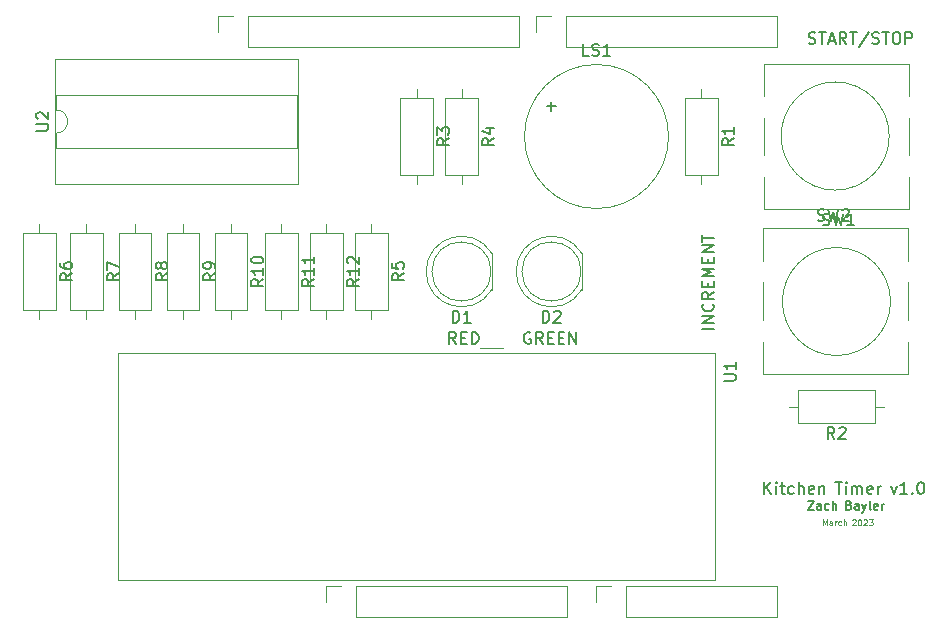
<source format=gbr>
%TF.GenerationSoftware,KiCad,Pcbnew,(7.0.0)*%
%TF.CreationDate,2023-04-13T09:35:06-06:00*%
%TF.ProjectId,Phase_A_UnoShield,50686173-655f-4415-9f55-6e6f53686965,rev?*%
%TF.SameCoordinates,Original*%
%TF.FileFunction,Legend,Top*%
%TF.FilePolarity,Positive*%
%FSLAX46Y46*%
G04 Gerber Fmt 4.6, Leading zero omitted, Abs format (unit mm)*
G04 Created by KiCad (PCBNEW (7.0.0)) date 2023-04-13 09:35:06*
%MOMM*%
%LPD*%
G01*
G04 APERTURE LIST*
%ADD10C,0.150000*%
%ADD11C,0.100000*%
%ADD12C,0.120000*%
G04 APERTURE END LIST*
D10*
X143941904Y-74700000D02*
X143846666Y-74652380D01*
X143846666Y-74652380D02*
X143703809Y-74652380D01*
X143703809Y-74652380D02*
X143560952Y-74700000D01*
X143560952Y-74700000D02*
X143465714Y-74795238D01*
X143465714Y-74795238D02*
X143418095Y-74890476D01*
X143418095Y-74890476D02*
X143370476Y-75080952D01*
X143370476Y-75080952D02*
X143370476Y-75223809D01*
X143370476Y-75223809D02*
X143418095Y-75414285D01*
X143418095Y-75414285D02*
X143465714Y-75509523D01*
X143465714Y-75509523D02*
X143560952Y-75604761D01*
X143560952Y-75604761D02*
X143703809Y-75652380D01*
X143703809Y-75652380D02*
X143799047Y-75652380D01*
X143799047Y-75652380D02*
X143941904Y-75604761D01*
X143941904Y-75604761D02*
X143989523Y-75557142D01*
X143989523Y-75557142D02*
X143989523Y-75223809D01*
X143989523Y-75223809D02*
X143799047Y-75223809D01*
X144989523Y-75652380D02*
X144656190Y-75176190D01*
X144418095Y-75652380D02*
X144418095Y-74652380D01*
X144418095Y-74652380D02*
X144799047Y-74652380D01*
X144799047Y-74652380D02*
X144894285Y-74700000D01*
X144894285Y-74700000D02*
X144941904Y-74747619D01*
X144941904Y-74747619D02*
X144989523Y-74842857D01*
X144989523Y-74842857D02*
X144989523Y-74985714D01*
X144989523Y-74985714D02*
X144941904Y-75080952D01*
X144941904Y-75080952D02*
X144894285Y-75128571D01*
X144894285Y-75128571D02*
X144799047Y-75176190D01*
X144799047Y-75176190D02*
X144418095Y-75176190D01*
X145418095Y-75128571D02*
X145751428Y-75128571D01*
X145894285Y-75652380D02*
X145418095Y-75652380D01*
X145418095Y-75652380D02*
X145418095Y-74652380D01*
X145418095Y-74652380D02*
X145894285Y-74652380D01*
X146322857Y-75128571D02*
X146656190Y-75128571D01*
X146799047Y-75652380D02*
X146322857Y-75652380D01*
X146322857Y-75652380D02*
X146322857Y-74652380D01*
X146322857Y-74652380D02*
X146799047Y-74652380D01*
X147227619Y-75652380D02*
X147227619Y-74652380D01*
X147227619Y-74652380D02*
X147799047Y-75652380D01*
X147799047Y-75652380D02*
X147799047Y-74652380D01*
X167500476Y-50204761D02*
X167643333Y-50252380D01*
X167643333Y-50252380D02*
X167881428Y-50252380D01*
X167881428Y-50252380D02*
X167976666Y-50204761D01*
X167976666Y-50204761D02*
X168024285Y-50157142D01*
X168024285Y-50157142D02*
X168071904Y-50061904D01*
X168071904Y-50061904D02*
X168071904Y-49966666D01*
X168071904Y-49966666D02*
X168024285Y-49871428D01*
X168024285Y-49871428D02*
X167976666Y-49823809D01*
X167976666Y-49823809D02*
X167881428Y-49776190D01*
X167881428Y-49776190D02*
X167690952Y-49728571D01*
X167690952Y-49728571D02*
X167595714Y-49680952D01*
X167595714Y-49680952D02*
X167548095Y-49633333D01*
X167548095Y-49633333D02*
X167500476Y-49538095D01*
X167500476Y-49538095D02*
X167500476Y-49442857D01*
X167500476Y-49442857D02*
X167548095Y-49347619D01*
X167548095Y-49347619D02*
X167595714Y-49300000D01*
X167595714Y-49300000D02*
X167690952Y-49252380D01*
X167690952Y-49252380D02*
X167929047Y-49252380D01*
X167929047Y-49252380D02*
X168071904Y-49300000D01*
X168357619Y-49252380D02*
X168929047Y-49252380D01*
X168643333Y-50252380D02*
X168643333Y-49252380D01*
X169214762Y-49966666D02*
X169690952Y-49966666D01*
X169119524Y-50252380D02*
X169452857Y-49252380D01*
X169452857Y-49252380D02*
X169786190Y-50252380D01*
X170690952Y-50252380D02*
X170357619Y-49776190D01*
X170119524Y-50252380D02*
X170119524Y-49252380D01*
X170119524Y-49252380D02*
X170500476Y-49252380D01*
X170500476Y-49252380D02*
X170595714Y-49300000D01*
X170595714Y-49300000D02*
X170643333Y-49347619D01*
X170643333Y-49347619D02*
X170690952Y-49442857D01*
X170690952Y-49442857D02*
X170690952Y-49585714D01*
X170690952Y-49585714D02*
X170643333Y-49680952D01*
X170643333Y-49680952D02*
X170595714Y-49728571D01*
X170595714Y-49728571D02*
X170500476Y-49776190D01*
X170500476Y-49776190D02*
X170119524Y-49776190D01*
X170976667Y-49252380D02*
X171548095Y-49252380D01*
X171262381Y-50252380D02*
X171262381Y-49252380D01*
X172595714Y-49204761D02*
X171738572Y-50490476D01*
X172881429Y-50204761D02*
X173024286Y-50252380D01*
X173024286Y-50252380D02*
X173262381Y-50252380D01*
X173262381Y-50252380D02*
X173357619Y-50204761D01*
X173357619Y-50204761D02*
X173405238Y-50157142D01*
X173405238Y-50157142D02*
X173452857Y-50061904D01*
X173452857Y-50061904D02*
X173452857Y-49966666D01*
X173452857Y-49966666D02*
X173405238Y-49871428D01*
X173405238Y-49871428D02*
X173357619Y-49823809D01*
X173357619Y-49823809D02*
X173262381Y-49776190D01*
X173262381Y-49776190D02*
X173071905Y-49728571D01*
X173071905Y-49728571D02*
X172976667Y-49680952D01*
X172976667Y-49680952D02*
X172929048Y-49633333D01*
X172929048Y-49633333D02*
X172881429Y-49538095D01*
X172881429Y-49538095D02*
X172881429Y-49442857D01*
X172881429Y-49442857D02*
X172929048Y-49347619D01*
X172929048Y-49347619D02*
X172976667Y-49300000D01*
X172976667Y-49300000D02*
X173071905Y-49252380D01*
X173071905Y-49252380D02*
X173310000Y-49252380D01*
X173310000Y-49252380D02*
X173452857Y-49300000D01*
X173738572Y-49252380D02*
X174310000Y-49252380D01*
X174024286Y-50252380D02*
X174024286Y-49252380D01*
X174833810Y-49252380D02*
X175024286Y-49252380D01*
X175024286Y-49252380D02*
X175119524Y-49300000D01*
X175119524Y-49300000D02*
X175214762Y-49395238D01*
X175214762Y-49395238D02*
X175262381Y-49585714D01*
X175262381Y-49585714D02*
X175262381Y-49919047D01*
X175262381Y-49919047D02*
X175214762Y-50109523D01*
X175214762Y-50109523D02*
X175119524Y-50204761D01*
X175119524Y-50204761D02*
X175024286Y-50252380D01*
X175024286Y-50252380D02*
X174833810Y-50252380D01*
X174833810Y-50252380D02*
X174738572Y-50204761D01*
X174738572Y-50204761D02*
X174643334Y-50109523D01*
X174643334Y-50109523D02*
X174595715Y-49919047D01*
X174595715Y-49919047D02*
X174595715Y-49585714D01*
X174595715Y-49585714D02*
X174643334Y-49395238D01*
X174643334Y-49395238D02*
X174738572Y-49300000D01*
X174738572Y-49300000D02*
X174833810Y-49252380D01*
X175690953Y-50252380D02*
X175690953Y-49252380D01*
X175690953Y-49252380D02*
X176071905Y-49252380D01*
X176071905Y-49252380D02*
X176167143Y-49300000D01*
X176167143Y-49300000D02*
X176214762Y-49347619D01*
X176214762Y-49347619D02*
X176262381Y-49442857D01*
X176262381Y-49442857D02*
X176262381Y-49585714D01*
X176262381Y-49585714D02*
X176214762Y-49680952D01*
X176214762Y-49680952D02*
X176167143Y-49728571D01*
X176167143Y-49728571D02*
X176071905Y-49776190D01*
X176071905Y-49776190D02*
X175690953Y-49776190D01*
X159472380Y-74361904D02*
X158472380Y-74361904D01*
X159472380Y-73885714D02*
X158472380Y-73885714D01*
X158472380Y-73885714D02*
X159472380Y-73314286D01*
X159472380Y-73314286D02*
X158472380Y-73314286D01*
X159377142Y-72266667D02*
X159424761Y-72314286D01*
X159424761Y-72314286D02*
X159472380Y-72457143D01*
X159472380Y-72457143D02*
X159472380Y-72552381D01*
X159472380Y-72552381D02*
X159424761Y-72695238D01*
X159424761Y-72695238D02*
X159329523Y-72790476D01*
X159329523Y-72790476D02*
X159234285Y-72838095D01*
X159234285Y-72838095D02*
X159043809Y-72885714D01*
X159043809Y-72885714D02*
X158900952Y-72885714D01*
X158900952Y-72885714D02*
X158710476Y-72838095D01*
X158710476Y-72838095D02*
X158615238Y-72790476D01*
X158615238Y-72790476D02*
X158520000Y-72695238D01*
X158520000Y-72695238D02*
X158472380Y-72552381D01*
X158472380Y-72552381D02*
X158472380Y-72457143D01*
X158472380Y-72457143D02*
X158520000Y-72314286D01*
X158520000Y-72314286D02*
X158567619Y-72266667D01*
X159472380Y-71266667D02*
X158996190Y-71600000D01*
X159472380Y-71838095D02*
X158472380Y-71838095D01*
X158472380Y-71838095D02*
X158472380Y-71457143D01*
X158472380Y-71457143D02*
X158520000Y-71361905D01*
X158520000Y-71361905D02*
X158567619Y-71314286D01*
X158567619Y-71314286D02*
X158662857Y-71266667D01*
X158662857Y-71266667D02*
X158805714Y-71266667D01*
X158805714Y-71266667D02*
X158900952Y-71314286D01*
X158900952Y-71314286D02*
X158948571Y-71361905D01*
X158948571Y-71361905D02*
X158996190Y-71457143D01*
X158996190Y-71457143D02*
X158996190Y-71838095D01*
X158948571Y-70838095D02*
X158948571Y-70504762D01*
X159472380Y-70361905D02*
X159472380Y-70838095D01*
X159472380Y-70838095D02*
X158472380Y-70838095D01*
X158472380Y-70838095D02*
X158472380Y-70361905D01*
X159472380Y-69933333D02*
X158472380Y-69933333D01*
X158472380Y-69933333D02*
X159186666Y-69600000D01*
X159186666Y-69600000D02*
X158472380Y-69266667D01*
X158472380Y-69266667D02*
X159472380Y-69266667D01*
X158948571Y-68790476D02*
X158948571Y-68457143D01*
X159472380Y-68314286D02*
X159472380Y-68790476D01*
X159472380Y-68790476D02*
X158472380Y-68790476D01*
X158472380Y-68790476D02*
X158472380Y-68314286D01*
X159472380Y-67885714D02*
X158472380Y-67885714D01*
X158472380Y-67885714D02*
X159472380Y-67314286D01*
X159472380Y-67314286D02*
X158472380Y-67314286D01*
X158472380Y-66980952D02*
X158472380Y-66409524D01*
X159472380Y-66695238D02*
X158472380Y-66695238D01*
X163738095Y-88352380D02*
X163738095Y-87352380D01*
X164309523Y-88352380D02*
X163880952Y-87780952D01*
X164309523Y-87352380D02*
X163738095Y-87923809D01*
X164738095Y-88352380D02*
X164738095Y-87685714D01*
X164738095Y-87352380D02*
X164690476Y-87400000D01*
X164690476Y-87400000D02*
X164738095Y-87447619D01*
X164738095Y-87447619D02*
X164785714Y-87400000D01*
X164785714Y-87400000D02*
X164738095Y-87352380D01*
X164738095Y-87352380D02*
X164738095Y-87447619D01*
X165071428Y-87685714D02*
X165452380Y-87685714D01*
X165214285Y-87352380D02*
X165214285Y-88209523D01*
X165214285Y-88209523D02*
X165261904Y-88304761D01*
X165261904Y-88304761D02*
X165357142Y-88352380D01*
X165357142Y-88352380D02*
X165452380Y-88352380D01*
X166214285Y-88304761D02*
X166119047Y-88352380D01*
X166119047Y-88352380D02*
X165928571Y-88352380D01*
X165928571Y-88352380D02*
X165833333Y-88304761D01*
X165833333Y-88304761D02*
X165785714Y-88257142D01*
X165785714Y-88257142D02*
X165738095Y-88161904D01*
X165738095Y-88161904D02*
X165738095Y-87876190D01*
X165738095Y-87876190D02*
X165785714Y-87780952D01*
X165785714Y-87780952D02*
X165833333Y-87733333D01*
X165833333Y-87733333D02*
X165928571Y-87685714D01*
X165928571Y-87685714D02*
X166119047Y-87685714D01*
X166119047Y-87685714D02*
X166214285Y-87733333D01*
X166642857Y-88352380D02*
X166642857Y-87352380D01*
X167071428Y-88352380D02*
X167071428Y-87828571D01*
X167071428Y-87828571D02*
X167023809Y-87733333D01*
X167023809Y-87733333D02*
X166928571Y-87685714D01*
X166928571Y-87685714D02*
X166785714Y-87685714D01*
X166785714Y-87685714D02*
X166690476Y-87733333D01*
X166690476Y-87733333D02*
X166642857Y-87780952D01*
X167928571Y-88304761D02*
X167833333Y-88352380D01*
X167833333Y-88352380D02*
X167642857Y-88352380D01*
X167642857Y-88352380D02*
X167547619Y-88304761D01*
X167547619Y-88304761D02*
X167500000Y-88209523D01*
X167500000Y-88209523D02*
X167500000Y-87828571D01*
X167500000Y-87828571D02*
X167547619Y-87733333D01*
X167547619Y-87733333D02*
X167642857Y-87685714D01*
X167642857Y-87685714D02*
X167833333Y-87685714D01*
X167833333Y-87685714D02*
X167928571Y-87733333D01*
X167928571Y-87733333D02*
X167976190Y-87828571D01*
X167976190Y-87828571D02*
X167976190Y-87923809D01*
X167976190Y-87923809D02*
X167500000Y-88019047D01*
X168404762Y-87685714D02*
X168404762Y-88352380D01*
X168404762Y-87780952D02*
X168452381Y-87733333D01*
X168452381Y-87733333D02*
X168547619Y-87685714D01*
X168547619Y-87685714D02*
X168690476Y-87685714D01*
X168690476Y-87685714D02*
X168785714Y-87733333D01*
X168785714Y-87733333D02*
X168833333Y-87828571D01*
X168833333Y-87828571D02*
X168833333Y-88352380D01*
X169766667Y-87352380D02*
X170338095Y-87352380D01*
X170052381Y-88352380D02*
X170052381Y-87352380D01*
X170671429Y-88352380D02*
X170671429Y-87685714D01*
X170671429Y-87352380D02*
X170623810Y-87400000D01*
X170623810Y-87400000D02*
X170671429Y-87447619D01*
X170671429Y-87447619D02*
X170719048Y-87400000D01*
X170719048Y-87400000D02*
X170671429Y-87352380D01*
X170671429Y-87352380D02*
X170671429Y-87447619D01*
X171147619Y-88352380D02*
X171147619Y-87685714D01*
X171147619Y-87780952D02*
X171195238Y-87733333D01*
X171195238Y-87733333D02*
X171290476Y-87685714D01*
X171290476Y-87685714D02*
X171433333Y-87685714D01*
X171433333Y-87685714D02*
X171528571Y-87733333D01*
X171528571Y-87733333D02*
X171576190Y-87828571D01*
X171576190Y-87828571D02*
X171576190Y-88352380D01*
X171576190Y-87828571D02*
X171623809Y-87733333D01*
X171623809Y-87733333D02*
X171719047Y-87685714D01*
X171719047Y-87685714D02*
X171861904Y-87685714D01*
X171861904Y-87685714D02*
X171957143Y-87733333D01*
X171957143Y-87733333D02*
X172004762Y-87828571D01*
X172004762Y-87828571D02*
X172004762Y-88352380D01*
X172861904Y-88304761D02*
X172766666Y-88352380D01*
X172766666Y-88352380D02*
X172576190Y-88352380D01*
X172576190Y-88352380D02*
X172480952Y-88304761D01*
X172480952Y-88304761D02*
X172433333Y-88209523D01*
X172433333Y-88209523D02*
X172433333Y-87828571D01*
X172433333Y-87828571D02*
X172480952Y-87733333D01*
X172480952Y-87733333D02*
X172576190Y-87685714D01*
X172576190Y-87685714D02*
X172766666Y-87685714D01*
X172766666Y-87685714D02*
X172861904Y-87733333D01*
X172861904Y-87733333D02*
X172909523Y-87828571D01*
X172909523Y-87828571D02*
X172909523Y-87923809D01*
X172909523Y-87923809D02*
X172433333Y-88019047D01*
X173338095Y-88352380D02*
X173338095Y-87685714D01*
X173338095Y-87876190D02*
X173385714Y-87780952D01*
X173385714Y-87780952D02*
X173433333Y-87733333D01*
X173433333Y-87733333D02*
X173528571Y-87685714D01*
X173528571Y-87685714D02*
X173623809Y-87685714D01*
X174461905Y-87685714D02*
X174700000Y-88352380D01*
X174700000Y-88352380D02*
X174938095Y-87685714D01*
X175842857Y-88352380D02*
X175271429Y-88352380D01*
X175557143Y-88352380D02*
X175557143Y-87352380D01*
X175557143Y-87352380D02*
X175461905Y-87495238D01*
X175461905Y-87495238D02*
X175366667Y-87590476D01*
X175366667Y-87590476D02*
X175271429Y-87638095D01*
X176271429Y-88257142D02*
X176319048Y-88304761D01*
X176319048Y-88304761D02*
X176271429Y-88352380D01*
X176271429Y-88352380D02*
X176223810Y-88304761D01*
X176223810Y-88304761D02*
X176271429Y-88257142D01*
X176271429Y-88257142D02*
X176271429Y-88352380D01*
X176938095Y-87352380D02*
X177033333Y-87352380D01*
X177033333Y-87352380D02*
X177128571Y-87400000D01*
X177128571Y-87400000D02*
X177176190Y-87447619D01*
X177176190Y-87447619D02*
X177223809Y-87542857D01*
X177223809Y-87542857D02*
X177271428Y-87733333D01*
X177271428Y-87733333D02*
X177271428Y-87971428D01*
X177271428Y-87971428D02*
X177223809Y-88161904D01*
X177223809Y-88161904D02*
X177176190Y-88257142D01*
X177176190Y-88257142D02*
X177128571Y-88304761D01*
X177128571Y-88304761D02*
X177033333Y-88352380D01*
X177033333Y-88352380D02*
X176938095Y-88352380D01*
X176938095Y-88352380D02*
X176842857Y-88304761D01*
X176842857Y-88304761D02*
X176795238Y-88257142D01*
X176795238Y-88257142D02*
X176747619Y-88161904D01*
X176747619Y-88161904D02*
X176700000Y-87971428D01*
X176700000Y-87971428D02*
X176700000Y-87733333D01*
X176700000Y-87733333D02*
X176747619Y-87542857D01*
X176747619Y-87542857D02*
X176795238Y-87447619D01*
X176795238Y-87447619D02*
X176842857Y-87400000D01*
X176842857Y-87400000D02*
X176938095Y-87352380D01*
X167417142Y-88926785D02*
X167917142Y-88926785D01*
X167917142Y-88926785D02*
X167417142Y-89676785D01*
X167417142Y-89676785D02*
X167917142Y-89676785D01*
X168524286Y-89676785D02*
X168524286Y-89283928D01*
X168524286Y-89283928D02*
X168488571Y-89212500D01*
X168488571Y-89212500D02*
X168417143Y-89176785D01*
X168417143Y-89176785D02*
X168274286Y-89176785D01*
X168274286Y-89176785D02*
X168202857Y-89212500D01*
X168524286Y-89641071D02*
X168452857Y-89676785D01*
X168452857Y-89676785D02*
X168274286Y-89676785D01*
X168274286Y-89676785D02*
X168202857Y-89641071D01*
X168202857Y-89641071D02*
X168167143Y-89569642D01*
X168167143Y-89569642D02*
X168167143Y-89498214D01*
X168167143Y-89498214D02*
X168202857Y-89426785D01*
X168202857Y-89426785D02*
X168274286Y-89391071D01*
X168274286Y-89391071D02*
X168452857Y-89391071D01*
X168452857Y-89391071D02*
X168524286Y-89355357D01*
X169202857Y-89641071D02*
X169131428Y-89676785D01*
X169131428Y-89676785D02*
X168988571Y-89676785D01*
X168988571Y-89676785D02*
X168917142Y-89641071D01*
X168917142Y-89641071D02*
X168881428Y-89605357D01*
X168881428Y-89605357D02*
X168845714Y-89533928D01*
X168845714Y-89533928D02*
X168845714Y-89319642D01*
X168845714Y-89319642D02*
X168881428Y-89248214D01*
X168881428Y-89248214D02*
X168917142Y-89212500D01*
X168917142Y-89212500D02*
X168988571Y-89176785D01*
X168988571Y-89176785D02*
X169131428Y-89176785D01*
X169131428Y-89176785D02*
X169202857Y-89212500D01*
X169524285Y-89676785D02*
X169524285Y-88926785D01*
X169845714Y-89676785D02*
X169845714Y-89283928D01*
X169845714Y-89283928D02*
X169809999Y-89212500D01*
X169809999Y-89212500D02*
X169738571Y-89176785D01*
X169738571Y-89176785D02*
X169631428Y-89176785D01*
X169631428Y-89176785D02*
X169559999Y-89212500D01*
X169559999Y-89212500D02*
X169524285Y-89248214D01*
X170902856Y-89283928D02*
X171009999Y-89319642D01*
X171009999Y-89319642D02*
X171045713Y-89355357D01*
X171045713Y-89355357D02*
X171081427Y-89426785D01*
X171081427Y-89426785D02*
X171081427Y-89533928D01*
X171081427Y-89533928D02*
X171045713Y-89605357D01*
X171045713Y-89605357D02*
X171009999Y-89641071D01*
X171009999Y-89641071D02*
X170938570Y-89676785D01*
X170938570Y-89676785D02*
X170652856Y-89676785D01*
X170652856Y-89676785D02*
X170652856Y-88926785D01*
X170652856Y-88926785D02*
X170902856Y-88926785D01*
X170902856Y-88926785D02*
X170974285Y-88962500D01*
X170974285Y-88962500D02*
X171009999Y-88998214D01*
X171009999Y-88998214D02*
X171045713Y-89069642D01*
X171045713Y-89069642D02*
X171045713Y-89141071D01*
X171045713Y-89141071D02*
X171009999Y-89212500D01*
X171009999Y-89212500D02*
X170974285Y-89248214D01*
X170974285Y-89248214D02*
X170902856Y-89283928D01*
X170902856Y-89283928D02*
X170652856Y-89283928D01*
X171724285Y-89676785D02*
X171724285Y-89283928D01*
X171724285Y-89283928D02*
X171688570Y-89212500D01*
X171688570Y-89212500D02*
X171617142Y-89176785D01*
X171617142Y-89176785D02*
X171474285Y-89176785D01*
X171474285Y-89176785D02*
X171402856Y-89212500D01*
X171724285Y-89641071D02*
X171652856Y-89676785D01*
X171652856Y-89676785D02*
X171474285Y-89676785D01*
X171474285Y-89676785D02*
X171402856Y-89641071D01*
X171402856Y-89641071D02*
X171367142Y-89569642D01*
X171367142Y-89569642D02*
X171367142Y-89498214D01*
X171367142Y-89498214D02*
X171402856Y-89426785D01*
X171402856Y-89426785D02*
X171474285Y-89391071D01*
X171474285Y-89391071D02*
X171652856Y-89391071D01*
X171652856Y-89391071D02*
X171724285Y-89355357D01*
X172009998Y-89176785D02*
X172188570Y-89676785D01*
X172367141Y-89176785D02*
X172188570Y-89676785D01*
X172188570Y-89676785D02*
X172117141Y-89855357D01*
X172117141Y-89855357D02*
X172081427Y-89891071D01*
X172081427Y-89891071D02*
X172009998Y-89926785D01*
X172759999Y-89676785D02*
X172688570Y-89641071D01*
X172688570Y-89641071D02*
X172652856Y-89569642D01*
X172652856Y-89569642D02*
X172652856Y-88926785D01*
X173331427Y-89641071D02*
X173259999Y-89676785D01*
X173259999Y-89676785D02*
X173117142Y-89676785D01*
X173117142Y-89676785D02*
X173045713Y-89641071D01*
X173045713Y-89641071D02*
X173009999Y-89569642D01*
X173009999Y-89569642D02*
X173009999Y-89283928D01*
X173009999Y-89283928D02*
X173045713Y-89212500D01*
X173045713Y-89212500D02*
X173117142Y-89176785D01*
X173117142Y-89176785D02*
X173259999Y-89176785D01*
X173259999Y-89176785D02*
X173331427Y-89212500D01*
X173331427Y-89212500D02*
X173367142Y-89283928D01*
X173367142Y-89283928D02*
X173367142Y-89355357D01*
X173367142Y-89355357D02*
X173009999Y-89426785D01*
X173688570Y-89676785D02*
X173688570Y-89176785D01*
X173688570Y-89319642D02*
X173724284Y-89248214D01*
X173724284Y-89248214D02*
X173759999Y-89212500D01*
X173759999Y-89212500D02*
X173831427Y-89176785D01*
X173831427Y-89176785D02*
X173902856Y-89176785D01*
D11*
X168699047Y-91001190D02*
X168699047Y-90501190D01*
X168699047Y-90501190D02*
X168865714Y-90858333D01*
X168865714Y-90858333D02*
X169032380Y-90501190D01*
X169032380Y-90501190D02*
X169032380Y-91001190D01*
X169484762Y-91001190D02*
X169484762Y-90739285D01*
X169484762Y-90739285D02*
X169460952Y-90691666D01*
X169460952Y-90691666D02*
X169413333Y-90667857D01*
X169413333Y-90667857D02*
X169318095Y-90667857D01*
X169318095Y-90667857D02*
X169270476Y-90691666D01*
X169484762Y-90977380D02*
X169437143Y-91001190D01*
X169437143Y-91001190D02*
X169318095Y-91001190D01*
X169318095Y-91001190D02*
X169270476Y-90977380D01*
X169270476Y-90977380D02*
X169246667Y-90929761D01*
X169246667Y-90929761D02*
X169246667Y-90882142D01*
X169246667Y-90882142D02*
X169270476Y-90834523D01*
X169270476Y-90834523D02*
X169318095Y-90810714D01*
X169318095Y-90810714D02*
X169437143Y-90810714D01*
X169437143Y-90810714D02*
X169484762Y-90786904D01*
X169722857Y-91001190D02*
X169722857Y-90667857D01*
X169722857Y-90763095D02*
X169746667Y-90715476D01*
X169746667Y-90715476D02*
X169770476Y-90691666D01*
X169770476Y-90691666D02*
X169818095Y-90667857D01*
X169818095Y-90667857D02*
X169865714Y-90667857D01*
X170246667Y-90977380D02*
X170199048Y-91001190D01*
X170199048Y-91001190D02*
X170103810Y-91001190D01*
X170103810Y-91001190D02*
X170056191Y-90977380D01*
X170056191Y-90977380D02*
X170032381Y-90953571D01*
X170032381Y-90953571D02*
X170008572Y-90905952D01*
X170008572Y-90905952D02*
X170008572Y-90763095D01*
X170008572Y-90763095D02*
X170032381Y-90715476D01*
X170032381Y-90715476D02*
X170056191Y-90691666D01*
X170056191Y-90691666D02*
X170103810Y-90667857D01*
X170103810Y-90667857D02*
X170199048Y-90667857D01*
X170199048Y-90667857D02*
X170246667Y-90691666D01*
X170460952Y-91001190D02*
X170460952Y-90501190D01*
X170675238Y-91001190D02*
X170675238Y-90739285D01*
X170675238Y-90739285D02*
X170651428Y-90691666D01*
X170651428Y-90691666D02*
X170603809Y-90667857D01*
X170603809Y-90667857D02*
X170532381Y-90667857D01*
X170532381Y-90667857D02*
X170484762Y-90691666D01*
X170484762Y-90691666D02*
X170460952Y-90715476D01*
X171189524Y-90548809D02*
X171213333Y-90525000D01*
X171213333Y-90525000D02*
X171260952Y-90501190D01*
X171260952Y-90501190D02*
X171380000Y-90501190D01*
X171380000Y-90501190D02*
X171427619Y-90525000D01*
X171427619Y-90525000D02*
X171451428Y-90548809D01*
X171451428Y-90548809D02*
X171475238Y-90596428D01*
X171475238Y-90596428D02*
X171475238Y-90644047D01*
X171475238Y-90644047D02*
X171451428Y-90715476D01*
X171451428Y-90715476D02*
X171165714Y-91001190D01*
X171165714Y-91001190D02*
X171475238Y-91001190D01*
X171784761Y-90501190D02*
X171832380Y-90501190D01*
X171832380Y-90501190D02*
X171879999Y-90525000D01*
X171879999Y-90525000D02*
X171903809Y-90548809D01*
X171903809Y-90548809D02*
X171927618Y-90596428D01*
X171927618Y-90596428D02*
X171951428Y-90691666D01*
X171951428Y-90691666D02*
X171951428Y-90810714D01*
X171951428Y-90810714D02*
X171927618Y-90905952D01*
X171927618Y-90905952D02*
X171903809Y-90953571D01*
X171903809Y-90953571D02*
X171879999Y-90977380D01*
X171879999Y-90977380D02*
X171832380Y-91001190D01*
X171832380Y-91001190D02*
X171784761Y-91001190D01*
X171784761Y-91001190D02*
X171737142Y-90977380D01*
X171737142Y-90977380D02*
X171713333Y-90953571D01*
X171713333Y-90953571D02*
X171689523Y-90905952D01*
X171689523Y-90905952D02*
X171665714Y-90810714D01*
X171665714Y-90810714D02*
X171665714Y-90691666D01*
X171665714Y-90691666D02*
X171689523Y-90596428D01*
X171689523Y-90596428D02*
X171713333Y-90548809D01*
X171713333Y-90548809D02*
X171737142Y-90525000D01*
X171737142Y-90525000D02*
X171784761Y-90501190D01*
X172141904Y-90548809D02*
X172165713Y-90525000D01*
X172165713Y-90525000D02*
X172213332Y-90501190D01*
X172213332Y-90501190D02*
X172332380Y-90501190D01*
X172332380Y-90501190D02*
X172379999Y-90525000D01*
X172379999Y-90525000D02*
X172403808Y-90548809D01*
X172403808Y-90548809D02*
X172427618Y-90596428D01*
X172427618Y-90596428D02*
X172427618Y-90644047D01*
X172427618Y-90644047D02*
X172403808Y-90715476D01*
X172403808Y-90715476D02*
X172118094Y-91001190D01*
X172118094Y-91001190D02*
X172427618Y-91001190D01*
X172594284Y-90501190D02*
X172903808Y-90501190D01*
X172903808Y-90501190D02*
X172737141Y-90691666D01*
X172737141Y-90691666D02*
X172808570Y-90691666D01*
X172808570Y-90691666D02*
X172856189Y-90715476D01*
X172856189Y-90715476D02*
X172879998Y-90739285D01*
X172879998Y-90739285D02*
X172903808Y-90786904D01*
X172903808Y-90786904D02*
X172903808Y-90905952D01*
X172903808Y-90905952D02*
X172879998Y-90953571D01*
X172879998Y-90953571D02*
X172856189Y-90977380D01*
X172856189Y-90977380D02*
X172808570Y-91001190D01*
X172808570Y-91001190D02*
X172665713Y-91001190D01*
X172665713Y-91001190D02*
X172618094Y-90977380D01*
X172618094Y-90977380D02*
X172594284Y-90953571D01*
D10*
X137639523Y-75652380D02*
X137306190Y-75176190D01*
X137068095Y-75652380D02*
X137068095Y-74652380D01*
X137068095Y-74652380D02*
X137449047Y-74652380D01*
X137449047Y-74652380D02*
X137544285Y-74700000D01*
X137544285Y-74700000D02*
X137591904Y-74747619D01*
X137591904Y-74747619D02*
X137639523Y-74842857D01*
X137639523Y-74842857D02*
X137639523Y-74985714D01*
X137639523Y-74985714D02*
X137591904Y-75080952D01*
X137591904Y-75080952D02*
X137544285Y-75128571D01*
X137544285Y-75128571D02*
X137449047Y-75176190D01*
X137449047Y-75176190D02*
X137068095Y-75176190D01*
X138068095Y-75128571D02*
X138401428Y-75128571D01*
X138544285Y-75652380D02*
X138068095Y-75652380D01*
X138068095Y-75652380D02*
X138068095Y-74652380D01*
X138068095Y-74652380D02*
X138544285Y-74652380D01*
X138972857Y-75652380D02*
X138972857Y-74652380D01*
X138972857Y-74652380D02*
X139210952Y-74652380D01*
X139210952Y-74652380D02*
X139353809Y-74700000D01*
X139353809Y-74700000D02*
X139449047Y-74795238D01*
X139449047Y-74795238D02*
X139496666Y-74890476D01*
X139496666Y-74890476D02*
X139544285Y-75080952D01*
X139544285Y-75080952D02*
X139544285Y-75223809D01*
X139544285Y-75223809D02*
X139496666Y-75414285D01*
X139496666Y-75414285D02*
X139449047Y-75509523D01*
X139449047Y-75509523D02*
X139353809Y-75604761D01*
X139353809Y-75604761D02*
X139210952Y-75652380D01*
X139210952Y-75652380D02*
X138972857Y-75652380D01*
%TO.C,U1*%
X160317380Y-78771904D02*
X161126904Y-78771904D01*
X161126904Y-78771904D02*
X161222142Y-78724285D01*
X161222142Y-78724285D02*
X161269761Y-78676666D01*
X161269761Y-78676666D02*
X161317380Y-78581428D01*
X161317380Y-78581428D02*
X161317380Y-78390952D01*
X161317380Y-78390952D02*
X161269761Y-78295714D01*
X161269761Y-78295714D02*
X161222142Y-78248095D01*
X161222142Y-78248095D02*
X161126904Y-78200476D01*
X161126904Y-78200476D02*
X160317380Y-78200476D01*
X161317380Y-77200476D02*
X161317380Y-77771904D01*
X161317380Y-77486190D02*
X160317380Y-77486190D01*
X160317380Y-77486190D02*
X160460238Y-77581428D01*
X160460238Y-77581428D02*
X160555476Y-77676666D01*
X160555476Y-77676666D02*
X160603095Y-77771904D01*
%TO.C,D2*%
X144981905Y-73847380D02*
X144981905Y-72847380D01*
X144981905Y-72847380D02*
X145220000Y-72847380D01*
X145220000Y-72847380D02*
X145362857Y-72895000D01*
X145362857Y-72895000D02*
X145458095Y-72990238D01*
X145458095Y-72990238D02*
X145505714Y-73085476D01*
X145505714Y-73085476D02*
X145553333Y-73275952D01*
X145553333Y-73275952D02*
X145553333Y-73418809D01*
X145553333Y-73418809D02*
X145505714Y-73609285D01*
X145505714Y-73609285D02*
X145458095Y-73704523D01*
X145458095Y-73704523D02*
X145362857Y-73799761D01*
X145362857Y-73799761D02*
X145220000Y-73847380D01*
X145220000Y-73847380D02*
X144981905Y-73847380D01*
X145934286Y-72942619D02*
X145981905Y-72895000D01*
X145981905Y-72895000D02*
X146077143Y-72847380D01*
X146077143Y-72847380D02*
X146315238Y-72847380D01*
X146315238Y-72847380D02*
X146410476Y-72895000D01*
X146410476Y-72895000D02*
X146458095Y-72942619D01*
X146458095Y-72942619D02*
X146505714Y-73037857D01*
X146505714Y-73037857D02*
X146505714Y-73133095D01*
X146505714Y-73133095D02*
X146458095Y-73275952D01*
X146458095Y-73275952D02*
X145886667Y-73847380D01*
X145886667Y-73847380D02*
X146505714Y-73847380D01*
%TO.C,U2*%
X102117380Y-57581904D02*
X102926904Y-57581904D01*
X102926904Y-57581904D02*
X103022142Y-57534285D01*
X103022142Y-57534285D02*
X103069761Y-57486666D01*
X103069761Y-57486666D02*
X103117380Y-57391428D01*
X103117380Y-57391428D02*
X103117380Y-57200952D01*
X103117380Y-57200952D02*
X103069761Y-57105714D01*
X103069761Y-57105714D02*
X103022142Y-57058095D01*
X103022142Y-57058095D02*
X102926904Y-57010476D01*
X102926904Y-57010476D02*
X102117380Y-57010476D01*
X102212619Y-56581904D02*
X102165000Y-56534285D01*
X102165000Y-56534285D02*
X102117380Y-56439047D01*
X102117380Y-56439047D02*
X102117380Y-56200952D01*
X102117380Y-56200952D02*
X102165000Y-56105714D01*
X102165000Y-56105714D02*
X102212619Y-56058095D01*
X102212619Y-56058095D02*
X102307857Y-56010476D01*
X102307857Y-56010476D02*
X102403095Y-56010476D01*
X102403095Y-56010476D02*
X102545952Y-56058095D01*
X102545952Y-56058095D02*
X103117380Y-56629523D01*
X103117380Y-56629523D02*
X103117380Y-56010476D01*
%TO.C,R8*%
X113207380Y-69686666D02*
X112731190Y-70019999D01*
X113207380Y-70258094D02*
X112207380Y-70258094D01*
X112207380Y-70258094D02*
X112207380Y-69877142D01*
X112207380Y-69877142D02*
X112255000Y-69781904D01*
X112255000Y-69781904D02*
X112302619Y-69734285D01*
X112302619Y-69734285D02*
X112397857Y-69686666D01*
X112397857Y-69686666D02*
X112540714Y-69686666D01*
X112540714Y-69686666D02*
X112635952Y-69734285D01*
X112635952Y-69734285D02*
X112683571Y-69781904D01*
X112683571Y-69781904D02*
X112731190Y-69877142D01*
X112731190Y-69877142D02*
X112731190Y-70258094D01*
X112635952Y-69115237D02*
X112588333Y-69210475D01*
X112588333Y-69210475D02*
X112540714Y-69258094D01*
X112540714Y-69258094D02*
X112445476Y-69305713D01*
X112445476Y-69305713D02*
X112397857Y-69305713D01*
X112397857Y-69305713D02*
X112302619Y-69258094D01*
X112302619Y-69258094D02*
X112255000Y-69210475D01*
X112255000Y-69210475D02*
X112207380Y-69115237D01*
X112207380Y-69115237D02*
X112207380Y-68924761D01*
X112207380Y-68924761D02*
X112255000Y-68829523D01*
X112255000Y-68829523D02*
X112302619Y-68781904D01*
X112302619Y-68781904D02*
X112397857Y-68734285D01*
X112397857Y-68734285D02*
X112445476Y-68734285D01*
X112445476Y-68734285D02*
X112540714Y-68781904D01*
X112540714Y-68781904D02*
X112588333Y-68829523D01*
X112588333Y-68829523D02*
X112635952Y-68924761D01*
X112635952Y-68924761D02*
X112635952Y-69115237D01*
X112635952Y-69115237D02*
X112683571Y-69210475D01*
X112683571Y-69210475D02*
X112731190Y-69258094D01*
X112731190Y-69258094D02*
X112826428Y-69305713D01*
X112826428Y-69305713D02*
X113016904Y-69305713D01*
X113016904Y-69305713D02*
X113112142Y-69258094D01*
X113112142Y-69258094D02*
X113159761Y-69210475D01*
X113159761Y-69210475D02*
X113207380Y-69115237D01*
X113207380Y-69115237D02*
X113207380Y-68924761D01*
X113207380Y-68924761D02*
X113159761Y-68829523D01*
X113159761Y-68829523D02*
X113112142Y-68781904D01*
X113112142Y-68781904D02*
X113016904Y-68734285D01*
X113016904Y-68734285D02*
X112826428Y-68734285D01*
X112826428Y-68734285D02*
X112731190Y-68781904D01*
X112731190Y-68781904D02*
X112683571Y-68829523D01*
X112683571Y-68829523D02*
X112635952Y-68924761D01*
%TO.C,R5*%
X133217380Y-69686666D02*
X132741190Y-70019999D01*
X133217380Y-70258094D02*
X132217380Y-70258094D01*
X132217380Y-70258094D02*
X132217380Y-69877142D01*
X132217380Y-69877142D02*
X132265000Y-69781904D01*
X132265000Y-69781904D02*
X132312619Y-69734285D01*
X132312619Y-69734285D02*
X132407857Y-69686666D01*
X132407857Y-69686666D02*
X132550714Y-69686666D01*
X132550714Y-69686666D02*
X132645952Y-69734285D01*
X132645952Y-69734285D02*
X132693571Y-69781904D01*
X132693571Y-69781904D02*
X132741190Y-69877142D01*
X132741190Y-69877142D02*
X132741190Y-70258094D01*
X132217380Y-68781904D02*
X132217380Y-69258094D01*
X132217380Y-69258094D02*
X132693571Y-69305713D01*
X132693571Y-69305713D02*
X132645952Y-69258094D01*
X132645952Y-69258094D02*
X132598333Y-69162856D01*
X132598333Y-69162856D02*
X132598333Y-68924761D01*
X132598333Y-68924761D02*
X132645952Y-68829523D01*
X132645952Y-68829523D02*
X132693571Y-68781904D01*
X132693571Y-68781904D02*
X132788809Y-68734285D01*
X132788809Y-68734285D02*
X133026904Y-68734285D01*
X133026904Y-68734285D02*
X133122142Y-68781904D01*
X133122142Y-68781904D02*
X133169761Y-68829523D01*
X133169761Y-68829523D02*
X133217380Y-68924761D01*
X133217380Y-68924761D02*
X133217380Y-69162856D01*
X133217380Y-69162856D02*
X133169761Y-69258094D01*
X133169761Y-69258094D02*
X133122142Y-69305713D01*
%TO.C,D1*%
X137361905Y-73847380D02*
X137361905Y-72847380D01*
X137361905Y-72847380D02*
X137600000Y-72847380D01*
X137600000Y-72847380D02*
X137742857Y-72895000D01*
X137742857Y-72895000D02*
X137838095Y-72990238D01*
X137838095Y-72990238D02*
X137885714Y-73085476D01*
X137885714Y-73085476D02*
X137933333Y-73275952D01*
X137933333Y-73275952D02*
X137933333Y-73418809D01*
X137933333Y-73418809D02*
X137885714Y-73609285D01*
X137885714Y-73609285D02*
X137838095Y-73704523D01*
X137838095Y-73704523D02*
X137742857Y-73799761D01*
X137742857Y-73799761D02*
X137600000Y-73847380D01*
X137600000Y-73847380D02*
X137361905Y-73847380D01*
X138885714Y-73847380D02*
X138314286Y-73847380D01*
X138600000Y-73847380D02*
X138600000Y-72847380D01*
X138600000Y-72847380D02*
X138504762Y-72990238D01*
X138504762Y-72990238D02*
X138409524Y-73085476D01*
X138409524Y-73085476D02*
X138314286Y-73133095D01*
%TO.C,R1*%
X161157380Y-58256666D02*
X160681190Y-58589999D01*
X161157380Y-58828094D02*
X160157380Y-58828094D01*
X160157380Y-58828094D02*
X160157380Y-58447142D01*
X160157380Y-58447142D02*
X160205000Y-58351904D01*
X160205000Y-58351904D02*
X160252619Y-58304285D01*
X160252619Y-58304285D02*
X160347857Y-58256666D01*
X160347857Y-58256666D02*
X160490714Y-58256666D01*
X160490714Y-58256666D02*
X160585952Y-58304285D01*
X160585952Y-58304285D02*
X160633571Y-58351904D01*
X160633571Y-58351904D02*
X160681190Y-58447142D01*
X160681190Y-58447142D02*
X160681190Y-58828094D01*
X161157380Y-57304285D02*
X161157380Y-57875713D01*
X161157380Y-57589999D02*
X160157380Y-57589999D01*
X160157380Y-57589999D02*
X160300238Y-57685237D01*
X160300238Y-57685237D02*
X160395476Y-57780475D01*
X160395476Y-57780475D02*
X160443095Y-57875713D01*
%TO.C,LS1*%
X148887142Y-51257380D02*
X148410952Y-51257380D01*
X148410952Y-51257380D02*
X148410952Y-50257380D01*
X149172857Y-51209761D02*
X149315714Y-51257380D01*
X149315714Y-51257380D02*
X149553809Y-51257380D01*
X149553809Y-51257380D02*
X149649047Y-51209761D01*
X149649047Y-51209761D02*
X149696666Y-51162142D01*
X149696666Y-51162142D02*
X149744285Y-51066904D01*
X149744285Y-51066904D02*
X149744285Y-50971666D01*
X149744285Y-50971666D02*
X149696666Y-50876428D01*
X149696666Y-50876428D02*
X149649047Y-50828809D01*
X149649047Y-50828809D02*
X149553809Y-50781190D01*
X149553809Y-50781190D02*
X149363333Y-50733571D01*
X149363333Y-50733571D02*
X149268095Y-50685952D01*
X149268095Y-50685952D02*
X149220476Y-50638333D01*
X149220476Y-50638333D02*
X149172857Y-50543095D01*
X149172857Y-50543095D02*
X149172857Y-50447857D01*
X149172857Y-50447857D02*
X149220476Y-50352619D01*
X149220476Y-50352619D02*
X149268095Y-50305000D01*
X149268095Y-50305000D02*
X149363333Y-50257380D01*
X149363333Y-50257380D02*
X149601428Y-50257380D01*
X149601428Y-50257380D02*
X149744285Y-50305000D01*
X150696666Y-51257380D02*
X150125238Y-51257380D01*
X150410952Y-51257380D02*
X150410952Y-50257380D01*
X150410952Y-50257380D02*
X150315714Y-50400238D01*
X150315714Y-50400238D02*
X150220476Y-50495476D01*
X150220476Y-50495476D02*
X150125238Y-50543095D01*
X145339048Y-55536428D02*
X146100953Y-55536428D01*
X145720000Y-55917380D02*
X145720000Y-55155476D01*
%TO.C,R2*%
X169683333Y-83687380D02*
X169350000Y-83211190D01*
X169111905Y-83687380D02*
X169111905Y-82687380D01*
X169111905Y-82687380D02*
X169492857Y-82687380D01*
X169492857Y-82687380D02*
X169588095Y-82735000D01*
X169588095Y-82735000D02*
X169635714Y-82782619D01*
X169635714Y-82782619D02*
X169683333Y-82877857D01*
X169683333Y-82877857D02*
X169683333Y-83020714D01*
X169683333Y-83020714D02*
X169635714Y-83115952D01*
X169635714Y-83115952D02*
X169588095Y-83163571D01*
X169588095Y-83163571D02*
X169492857Y-83211190D01*
X169492857Y-83211190D02*
X169111905Y-83211190D01*
X170064286Y-82782619D02*
X170111905Y-82735000D01*
X170111905Y-82735000D02*
X170207143Y-82687380D01*
X170207143Y-82687380D02*
X170445238Y-82687380D01*
X170445238Y-82687380D02*
X170540476Y-82735000D01*
X170540476Y-82735000D02*
X170588095Y-82782619D01*
X170588095Y-82782619D02*
X170635714Y-82877857D01*
X170635714Y-82877857D02*
X170635714Y-82973095D01*
X170635714Y-82973095D02*
X170588095Y-83115952D01*
X170588095Y-83115952D02*
X170016667Y-83687380D01*
X170016667Y-83687380D02*
X170635714Y-83687380D01*
%TO.C,SW1*%
X168676667Y-65569761D02*
X168819524Y-65617380D01*
X168819524Y-65617380D02*
X169057619Y-65617380D01*
X169057619Y-65617380D02*
X169152857Y-65569761D01*
X169152857Y-65569761D02*
X169200476Y-65522142D01*
X169200476Y-65522142D02*
X169248095Y-65426904D01*
X169248095Y-65426904D02*
X169248095Y-65331666D01*
X169248095Y-65331666D02*
X169200476Y-65236428D01*
X169200476Y-65236428D02*
X169152857Y-65188809D01*
X169152857Y-65188809D02*
X169057619Y-65141190D01*
X169057619Y-65141190D02*
X168867143Y-65093571D01*
X168867143Y-65093571D02*
X168771905Y-65045952D01*
X168771905Y-65045952D02*
X168724286Y-64998333D01*
X168724286Y-64998333D02*
X168676667Y-64903095D01*
X168676667Y-64903095D02*
X168676667Y-64807857D01*
X168676667Y-64807857D02*
X168724286Y-64712619D01*
X168724286Y-64712619D02*
X168771905Y-64665000D01*
X168771905Y-64665000D02*
X168867143Y-64617380D01*
X168867143Y-64617380D02*
X169105238Y-64617380D01*
X169105238Y-64617380D02*
X169248095Y-64665000D01*
X169581429Y-64617380D02*
X169819524Y-65617380D01*
X169819524Y-65617380D02*
X170010000Y-64903095D01*
X170010000Y-64903095D02*
X170200476Y-65617380D01*
X170200476Y-65617380D02*
X170438572Y-64617380D01*
X171343333Y-65617380D02*
X170771905Y-65617380D01*
X171057619Y-65617380D02*
X171057619Y-64617380D01*
X171057619Y-64617380D02*
X170962381Y-64760238D01*
X170962381Y-64760238D02*
X170867143Y-64855476D01*
X170867143Y-64855476D02*
X170771905Y-64903095D01*
%TO.C,SW2*%
X168246667Y-65179761D02*
X168389524Y-65227380D01*
X168389524Y-65227380D02*
X168627619Y-65227380D01*
X168627619Y-65227380D02*
X168722857Y-65179761D01*
X168722857Y-65179761D02*
X168770476Y-65132142D01*
X168770476Y-65132142D02*
X168818095Y-65036904D01*
X168818095Y-65036904D02*
X168818095Y-64941666D01*
X168818095Y-64941666D02*
X168770476Y-64846428D01*
X168770476Y-64846428D02*
X168722857Y-64798809D01*
X168722857Y-64798809D02*
X168627619Y-64751190D01*
X168627619Y-64751190D02*
X168437143Y-64703571D01*
X168437143Y-64703571D02*
X168341905Y-64655952D01*
X168341905Y-64655952D02*
X168294286Y-64608333D01*
X168294286Y-64608333D02*
X168246667Y-64513095D01*
X168246667Y-64513095D02*
X168246667Y-64417857D01*
X168246667Y-64417857D02*
X168294286Y-64322619D01*
X168294286Y-64322619D02*
X168341905Y-64275000D01*
X168341905Y-64275000D02*
X168437143Y-64227380D01*
X168437143Y-64227380D02*
X168675238Y-64227380D01*
X168675238Y-64227380D02*
X168818095Y-64275000D01*
X169151429Y-64227380D02*
X169389524Y-65227380D01*
X169389524Y-65227380D02*
X169580000Y-64513095D01*
X169580000Y-64513095D02*
X169770476Y-65227380D01*
X169770476Y-65227380D02*
X170008572Y-64227380D01*
X170341905Y-64322619D02*
X170389524Y-64275000D01*
X170389524Y-64275000D02*
X170484762Y-64227380D01*
X170484762Y-64227380D02*
X170722857Y-64227380D01*
X170722857Y-64227380D02*
X170818095Y-64275000D01*
X170818095Y-64275000D02*
X170865714Y-64322619D01*
X170865714Y-64322619D02*
X170913333Y-64417857D01*
X170913333Y-64417857D02*
X170913333Y-64513095D01*
X170913333Y-64513095D02*
X170865714Y-64655952D01*
X170865714Y-64655952D02*
X170294286Y-65227380D01*
X170294286Y-65227380D02*
X170913333Y-65227380D01*
%TO.C,R12*%
X129407380Y-70162857D02*
X128931190Y-70496190D01*
X129407380Y-70734285D02*
X128407380Y-70734285D01*
X128407380Y-70734285D02*
X128407380Y-70353333D01*
X128407380Y-70353333D02*
X128455000Y-70258095D01*
X128455000Y-70258095D02*
X128502619Y-70210476D01*
X128502619Y-70210476D02*
X128597857Y-70162857D01*
X128597857Y-70162857D02*
X128740714Y-70162857D01*
X128740714Y-70162857D02*
X128835952Y-70210476D01*
X128835952Y-70210476D02*
X128883571Y-70258095D01*
X128883571Y-70258095D02*
X128931190Y-70353333D01*
X128931190Y-70353333D02*
X128931190Y-70734285D01*
X129407380Y-69210476D02*
X129407380Y-69781904D01*
X129407380Y-69496190D02*
X128407380Y-69496190D01*
X128407380Y-69496190D02*
X128550238Y-69591428D01*
X128550238Y-69591428D02*
X128645476Y-69686666D01*
X128645476Y-69686666D02*
X128693095Y-69781904D01*
X128502619Y-68829523D02*
X128455000Y-68781904D01*
X128455000Y-68781904D02*
X128407380Y-68686666D01*
X128407380Y-68686666D02*
X128407380Y-68448571D01*
X128407380Y-68448571D02*
X128455000Y-68353333D01*
X128455000Y-68353333D02*
X128502619Y-68305714D01*
X128502619Y-68305714D02*
X128597857Y-68258095D01*
X128597857Y-68258095D02*
X128693095Y-68258095D01*
X128693095Y-68258095D02*
X128835952Y-68305714D01*
X128835952Y-68305714D02*
X129407380Y-68877142D01*
X129407380Y-68877142D02*
X129407380Y-68258095D01*
%TO.C,R10*%
X121307380Y-70162857D02*
X120831190Y-70496190D01*
X121307380Y-70734285D02*
X120307380Y-70734285D01*
X120307380Y-70734285D02*
X120307380Y-70353333D01*
X120307380Y-70353333D02*
X120355000Y-70258095D01*
X120355000Y-70258095D02*
X120402619Y-70210476D01*
X120402619Y-70210476D02*
X120497857Y-70162857D01*
X120497857Y-70162857D02*
X120640714Y-70162857D01*
X120640714Y-70162857D02*
X120735952Y-70210476D01*
X120735952Y-70210476D02*
X120783571Y-70258095D01*
X120783571Y-70258095D02*
X120831190Y-70353333D01*
X120831190Y-70353333D02*
X120831190Y-70734285D01*
X121307380Y-69210476D02*
X121307380Y-69781904D01*
X121307380Y-69496190D02*
X120307380Y-69496190D01*
X120307380Y-69496190D02*
X120450238Y-69591428D01*
X120450238Y-69591428D02*
X120545476Y-69686666D01*
X120545476Y-69686666D02*
X120593095Y-69781904D01*
X120307380Y-68591428D02*
X120307380Y-68496190D01*
X120307380Y-68496190D02*
X120355000Y-68400952D01*
X120355000Y-68400952D02*
X120402619Y-68353333D01*
X120402619Y-68353333D02*
X120497857Y-68305714D01*
X120497857Y-68305714D02*
X120688333Y-68258095D01*
X120688333Y-68258095D02*
X120926428Y-68258095D01*
X120926428Y-68258095D02*
X121116904Y-68305714D01*
X121116904Y-68305714D02*
X121212142Y-68353333D01*
X121212142Y-68353333D02*
X121259761Y-68400952D01*
X121259761Y-68400952D02*
X121307380Y-68496190D01*
X121307380Y-68496190D02*
X121307380Y-68591428D01*
X121307380Y-68591428D02*
X121259761Y-68686666D01*
X121259761Y-68686666D02*
X121212142Y-68734285D01*
X121212142Y-68734285D02*
X121116904Y-68781904D01*
X121116904Y-68781904D02*
X120926428Y-68829523D01*
X120926428Y-68829523D02*
X120688333Y-68829523D01*
X120688333Y-68829523D02*
X120497857Y-68781904D01*
X120497857Y-68781904D02*
X120402619Y-68734285D01*
X120402619Y-68734285D02*
X120355000Y-68686666D01*
X120355000Y-68686666D02*
X120307380Y-68591428D01*
%TO.C,R9*%
X117257380Y-69686666D02*
X116781190Y-70019999D01*
X117257380Y-70258094D02*
X116257380Y-70258094D01*
X116257380Y-70258094D02*
X116257380Y-69877142D01*
X116257380Y-69877142D02*
X116305000Y-69781904D01*
X116305000Y-69781904D02*
X116352619Y-69734285D01*
X116352619Y-69734285D02*
X116447857Y-69686666D01*
X116447857Y-69686666D02*
X116590714Y-69686666D01*
X116590714Y-69686666D02*
X116685952Y-69734285D01*
X116685952Y-69734285D02*
X116733571Y-69781904D01*
X116733571Y-69781904D02*
X116781190Y-69877142D01*
X116781190Y-69877142D02*
X116781190Y-70258094D01*
X117257380Y-69210475D02*
X117257380Y-69019999D01*
X117257380Y-69019999D02*
X117209761Y-68924761D01*
X117209761Y-68924761D02*
X117162142Y-68877142D01*
X117162142Y-68877142D02*
X117019285Y-68781904D01*
X117019285Y-68781904D02*
X116828809Y-68734285D01*
X116828809Y-68734285D02*
X116447857Y-68734285D01*
X116447857Y-68734285D02*
X116352619Y-68781904D01*
X116352619Y-68781904D02*
X116305000Y-68829523D01*
X116305000Y-68829523D02*
X116257380Y-68924761D01*
X116257380Y-68924761D02*
X116257380Y-69115237D01*
X116257380Y-69115237D02*
X116305000Y-69210475D01*
X116305000Y-69210475D02*
X116352619Y-69258094D01*
X116352619Y-69258094D02*
X116447857Y-69305713D01*
X116447857Y-69305713D02*
X116685952Y-69305713D01*
X116685952Y-69305713D02*
X116781190Y-69258094D01*
X116781190Y-69258094D02*
X116828809Y-69210475D01*
X116828809Y-69210475D02*
X116876428Y-69115237D01*
X116876428Y-69115237D02*
X116876428Y-68924761D01*
X116876428Y-68924761D02*
X116828809Y-68829523D01*
X116828809Y-68829523D02*
X116781190Y-68781904D01*
X116781190Y-68781904D02*
X116685952Y-68734285D01*
%TO.C,R6*%
X105107380Y-69686666D02*
X104631190Y-70019999D01*
X105107380Y-70258094D02*
X104107380Y-70258094D01*
X104107380Y-70258094D02*
X104107380Y-69877142D01*
X104107380Y-69877142D02*
X104155000Y-69781904D01*
X104155000Y-69781904D02*
X104202619Y-69734285D01*
X104202619Y-69734285D02*
X104297857Y-69686666D01*
X104297857Y-69686666D02*
X104440714Y-69686666D01*
X104440714Y-69686666D02*
X104535952Y-69734285D01*
X104535952Y-69734285D02*
X104583571Y-69781904D01*
X104583571Y-69781904D02*
X104631190Y-69877142D01*
X104631190Y-69877142D02*
X104631190Y-70258094D01*
X104107380Y-68829523D02*
X104107380Y-69019999D01*
X104107380Y-69019999D02*
X104155000Y-69115237D01*
X104155000Y-69115237D02*
X104202619Y-69162856D01*
X104202619Y-69162856D02*
X104345476Y-69258094D01*
X104345476Y-69258094D02*
X104535952Y-69305713D01*
X104535952Y-69305713D02*
X104916904Y-69305713D01*
X104916904Y-69305713D02*
X105012142Y-69258094D01*
X105012142Y-69258094D02*
X105059761Y-69210475D01*
X105059761Y-69210475D02*
X105107380Y-69115237D01*
X105107380Y-69115237D02*
X105107380Y-68924761D01*
X105107380Y-68924761D02*
X105059761Y-68829523D01*
X105059761Y-68829523D02*
X105012142Y-68781904D01*
X105012142Y-68781904D02*
X104916904Y-68734285D01*
X104916904Y-68734285D02*
X104678809Y-68734285D01*
X104678809Y-68734285D02*
X104583571Y-68781904D01*
X104583571Y-68781904D02*
X104535952Y-68829523D01*
X104535952Y-68829523D02*
X104488333Y-68924761D01*
X104488333Y-68924761D02*
X104488333Y-69115237D01*
X104488333Y-69115237D02*
X104535952Y-69210475D01*
X104535952Y-69210475D02*
X104583571Y-69258094D01*
X104583571Y-69258094D02*
X104678809Y-69305713D01*
%TO.C,R3*%
X137037380Y-58256666D02*
X136561190Y-58589999D01*
X137037380Y-58828094D02*
X136037380Y-58828094D01*
X136037380Y-58828094D02*
X136037380Y-58447142D01*
X136037380Y-58447142D02*
X136085000Y-58351904D01*
X136085000Y-58351904D02*
X136132619Y-58304285D01*
X136132619Y-58304285D02*
X136227857Y-58256666D01*
X136227857Y-58256666D02*
X136370714Y-58256666D01*
X136370714Y-58256666D02*
X136465952Y-58304285D01*
X136465952Y-58304285D02*
X136513571Y-58351904D01*
X136513571Y-58351904D02*
X136561190Y-58447142D01*
X136561190Y-58447142D02*
X136561190Y-58828094D01*
X136037380Y-57923332D02*
X136037380Y-57304285D01*
X136037380Y-57304285D02*
X136418333Y-57637618D01*
X136418333Y-57637618D02*
X136418333Y-57494761D01*
X136418333Y-57494761D02*
X136465952Y-57399523D01*
X136465952Y-57399523D02*
X136513571Y-57351904D01*
X136513571Y-57351904D02*
X136608809Y-57304285D01*
X136608809Y-57304285D02*
X136846904Y-57304285D01*
X136846904Y-57304285D02*
X136942142Y-57351904D01*
X136942142Y-57351904D02*
X136989761Y-57399523D01*
X136989761Y-57399523D02*
X137037380Y-57494761D01*
X137037380Y-57494761D02*
X137037380Y-57780475D01*
X137037380Y-57780475D02*
X136989761Y-57875713D01*
X136989761Y-57875713D02*
X136942142Y-57923332D01*
%TO.C,R7*%
X109087380Y-69686666D02*
X108611190Y-70019999D01*
X109087380Y-70258094D02*
X108087380Y-70258094D01*
X108087380Y-70258094D02*
X108087380Y-69877142D01*
X108087380Y-69877142D02*
X108135000Y-69781904D01*
X108135000Y-69781904D02*
X108182619Y-69734285D01*
X108182619Y-69734285D02*
X108277857Y-69686666D01*
X108277857Y-69686666D02*
X108420714Y-69686666D01*
X108420714Y-69686666D02*
X108515952Y-69734285D01*
X108515952Y-69734285D02*
X108563571Y-69781904D01*
X108563571Y-69781904D02*
X108611190Y-69877142D01*
X108611190Y-69877142D02*
X108611190Y-70258094D01*
X108087380Y-69353332D02*
X108087380Y-68686666D01*
X108087380Y-68686666D02*
X109087380Y-69115237D01*
%TO.C,R11*%
X125597380Y-70162857D02*
X125121190Y-70496190D01*
X125597380Y-70734285D02*
X124597380Y-70734285D01*
X124597380Y-70734285D02*
X124597380Y-70353333D01*
X124597380Y-70353333D02*
X124645000Y-70258095D01*
X124645000Y-70258095D02*
X124692619Y-70210476D01*
X124692619Y-70210476D02*
X124787857Y-70162857D01*
X124787857Y-70162857D02*
X124930714Y-70162857D01*
X124930714Y-70162857D02*
X125025952Y-70210476D01*
X125025952Y-70210476D02*
X125073571Y-70258095D01*
X125073571Y-70258095D02*
X125121190Y-70353333D01*
X125121190Y-70353333D02*
X125121190Y-70734285D01*
X125597380Y-69210476D02*
X125597380Y-69781904D01*
X125597380Y-69496190D02*
X124597380Y-69496190D01*
X124597380Y-69496190D02*
X124740238Y-69591428D01*
X124740238Y-69591428D02*
X124835476Y-69686666D01*
X124835476Y-69686666D02*
X124883095Y-69781904D01*
X125597380Y-68258095D02*
X125597380Y-68829523D01*
X125597380Y-68543809D02*
X124597380Y-68543809D01*
X124597380Y-68543809D02*
X124740238Y-68639047D01*
X124740238Y-68639047D02*
X124835476Y-68734285D01*
X124835476Y-68734285D02*
X124883095Y-68829523D01*
%TO.C,R4*%
X140847380Y-58256666D02*
X140371190Y-58589999D01*
X140847380Y-58828094D02*
X139847380Y-58828094D01*
X139847380Y-58828094D02*
X139847380Y-58447142D01*
X139847380Y-58447142D02*
X139895000Y-58351904D01*
X139895000Y-58351904D02*
X139942619Y-58304285D01*
X139942619Y-58304285D02*
X140037857Y-58256666D01*
X140037857Y-58256666D02*
X140180714Y-58256666D01*
X140180714Y-58256666D02*
X140275952Y-58304285D01*
X140275952Y-58304285D02*
X140323571Y-58351904D01*
X140323571Y-58351904D02*
X140371190Y-58447142D01*
X140371190Y-58447142D02*
X140371190Y-58828094D01*
X140180714Y-57399523D02*
X140847380Y-57399523D01*
X139799761Y-57637618D02*
X140514047Y-57875713D01*
X140514047Y-57875713D02*
X140514047Y-57256666D01*
D12*
%TO.C,U1*%
X109020000Y-95650000D02*
X159560000Y-95650000D01*
X109020000Y-76410000D02*
X109020000Y-95650000D01*
X159560000Y-76410000D02*
X159560000Y-95650000D01*
X159560000Y-76410000D02*
X109020000Y-76410000D01*
X141640000Y-76030000D02*
X139640000Y-76030000D01*
%TO.C,J1*%
X129210000Y-98790000D02*
X147050000Y-98790000D01*
X129210000Y-98790000D02*
X129210000Y-96130000D01*
X147050000Y-98790000D02*
X147050000Y-96130000D01*
X126610000Y-97460000D02*
X126610000Y-96130000D01*
X126610000Y-96130000D02*
X127940000Y-96130000D01*
X129210000Y-96130000D02*
X147050000Y-96130000D01*
%TO.C,J3*%
X152070000Y-98790000D02*
X164830000Y-98790000D01*
X152070000Y-98790000D02*
X152070000Y-96130000D01*
X164830000Y-98790000D02*
X164830000Y-96130000D01*
X149470000Y-97460000D02*
X149470000Y-96130000D01*
X149470000Y-96130000D02*
X150800000Y-96130000D01*
X152070000Y-96130000D02*
X164830000Y-96130000D01*
%TO.C,J2*%
X120066000Y-50530000D02*
X142986000Y-50530000D01*
X120066000Y-50530000D02*
X120066000Y-47870000D01*
X142986000Y-50530000D02*
X142986000Y-47870000D01*
X117466000Y-49200000D02*
X117466000Y-47870000D01*
X117466000Y-47870000D02*
X118796000Y-47870000D01*
X120066000Y-47870000D02*
X142986000Y-47870000D01*
%TO.C,J4*%
X146990000Y-50530000D02*
X164830000Y-50530000D01*
X146990000Y-50530000D02*
X146990000Y-47870000D01*
X164830000Y-50530000D02*
X164830000Y-47870000D01*
X144390000Y-49200000D02*
X144390000Y-47870000D01*
X144390000Y-47870000D02*
X145720000Y-47870000D01*
X146990000Y-47870000D02*
X164830000Y-47870000D01*
%TO.C,D2*%
X148280000Y-71065000D02*
X148280000Y-67975000D01*
X142730001Y-69519538D02*
G75*
G03*
X148279999Y-71064830I2989999J-462D01*
G01*
X148280000Y-67975170D02*
G75*
G03*
X142730000Y-69520462I-2560000J-1544830D01*
G01*
X148220000Y-69520000D02*
G75*
G03*
X148220000Y-69520000I-2500000J0D01*
G01*
%TO.C,U2*%
X103690000Y-62070000D02*
X124250000Y-62070000D01*
X124250000Y-62070000D02*
X124250000Y-51570000D01*
X103750000Y-59070000D02*
X124190000Y-59070000D01*
X124190000Y-59070000D02*
X124190000Y-54570000D01*
X103750000Y-57820000D02*
X103750000Y-59070000D01*
X103750000Y-54570000D02*
X103750000Y-55820000D01*
X124190000Y-54570000D02*
X103750000Y-54570000D01*
X103690000Y-51570000D02*
X103690000Y-62070000D01*
X124250000Y-51570000D02*
X103690000Y-51570000D01*
X103750000Y-57820000D02*
G75*
G03*
X103750000Y-55820000I0J1000000D01*
G01*
%TO.C,R8*%
X110470000Y-65480000D02*
X110470000Y-66250000D01*
X111840000Y-66250000D02*
X109100000Y-66250000D01*
X109100000Y-66250000D02*
X109100000Y-72790000D01*
X111840000Y-72790000D02*
X111840000Y-66250000D01*
X109100000Y-72790000D02*
X111840000Y-72790000D01*
X110470000Y-73560000D02*
X110470000Y-72790000D01*
%TO.C,R5*%
X130480000Y-65480000D02*
X130480000Y-66250000D01*
X131850000Y-66250000D02*
X129110000Y-66250000D01*
X129110000Y-66250000D02*
X129110000Y-72790000D01*
X131850000Y-72790000D02*
X131850000Y-66250000D01*
X129110000Y-72790000D02*
X131850000Y-72790000D01*
X130480000Y-73560000D02*
X130480000Y-72790000D01*
%TO.C,D1*%
X140660000Y-71065000D02*
X140660000Y-67975000D01*
X135110001Y-69519538D02*
G75*
G03*
X140659999Y-71064830I2989999J-462D01*
G01*
X140660000Y-67975170D02*
G75*
G03*
X135110000Y-69520462I-2560000J-1544830D01*
G01*
X140600000Y-69520000D02*
G75*
G03*
X140600000Y-69520000I-2500000J0D01*
G01*
%TO.C,R1*%
X158420000Y-54050000D02*
X158420000Y-54820000D01*
X159790000Y-54820000D02*
X157050000Y-54820000D01*
X157050000Y-54820000D02*
X157050000Y-61360000D01*
X159790000Y-61360000D02*
X159790000Y-54820000D01*
X157050000Y-61360000D02*
X159790000Y-61360000D01*
X158420000Y-62130000D02*
X158420000Y-61360000D01*
%TO.C,LS1*%
X155630000Y-58090000D02*
G75*
G03*
X155630000Y-58090000I-6100000J0D01*
G01*
%TO.C,R2*%
X173890000Y-80950000D02*
X173120000Y-80950000D01*
X173120000Y-82320000D02*
X173120000Y-79580000D01*
X173120000Y-79580000D02*
X166580000Y-79580000D01*
X166580000Y-82320000D02*
X173120000Y-82320000D01*
X166580000Y-79580000D02*
X166580000Y-82320000D01*
X165810000Y-80950000D02*
X166580000Y-80950000D01*
%TO.C,SW1*%
X175990000Y-64240000D02*
X163690000Y-64240000D01*
X175990000Y-61520000D02*
X175990000Y-64240000D01*
X175990000Y-56520000D02*
X175990000Y-59660000D01*
X175990000Y-51940000D02*
X175990000Y-54660000D01*
X163690000Y-64240000D02*
X163690000Y-61520000D01*
X163690000Y-59660000D02*
X163690000Y-56520000D01*
X163690000Y-54660000D02*
X163690000Y-51940000D01*
X163690000Y-51940000D02*
X175990000Y-51940000D01*
X174319050Y-58050000D02*
G75*
G03*
X174319050Y-58050000I-4579050J0D01*
G01*
%TO.C,SW2*%
X163600000Y-65870000D02*
X175900000Y-65870000D01*
X163600000Y-68590000D02*
X163600000Y-65870000D01*
X163600000Y-73590000D02*
X163600000Y-70450000D01*
X163600000Y-78170000D02*
X163600000Y-75450000D01*
X175900000Y-65870000D02*
X175900000Y-68590000D01*
X175900000Y-70450000D02*
X175900000Y-73590000D01*
X175900000Y-75450000D02*
X175900000Y-78170000D01*
X175900000Y-78170000D02*
X163600000Y-78170000D01*
X174429050Y-72060000D02*
G75*
G03*
X174429050Y-72060000I-4579050J0D01*
G01*
%TO.C,R12*%
X126670000Y-65480000D02*
X126670000Y-66250000D01*
X128040000Y-66250000D02*
X125300000Y-66250000D01*
X125300000Y-66250000D02*
X125300000Y-72790000D01*
X128040000Y-72790000D02*
X128040000Y-66250000D01*
X125300000Y-72790000D02*
X128040000Y-72790000D01*
X126670000Y-73560000D02*
X126670000Y-72790000D01*
%TO.C,R10*%
X118570000Y-65480000D02*
X118570000Y-66250000D01*
X119940000Y-66250000D02*
X117200000Y-66250000D01*
X117200000Y-66250000D02*
X117200000Y-72790000D01*
X119940000Y-72790000D02*
X119940000Y-66250000D01*
X117200000Y-72790000D02*
X119940000Y-72790000D01*
X118570000Y-73560000D02*
X118570000Y-72790000D01*
%TO.C,R9*%
X114520000Y-65480000D02*
X114520000Y-66250000D01*
X115890000Y-66250000D02*
X113150000Y-66250000D01*
X113150000Y-66250000D02*
X113150000Y-72790000D01*
X115890000Y-72790000D02*
X115890000Y-66250000D01*
X113150000Y-72790000D02*
X115890000Y-72790000D01*
X114520000Y-73560000D02*
X114520000Y-72790000D01*
%TO.C,R6*%
X102370000Y-65480000D02*
X102370000Y-66250000D01*
X103740000Y-66250000D02*
X101000000Y-66250000D01*
X101000000Y-66250000D02*
X101000000Y-72790000D01*
X103740000Y-72790000D02*
X103740000Y-66250000D01*
X101000000Y-72790000D02*
X103740000Y-72790000D01*
X102370000Y-73560000D02*
X102370000Y-72790000D01*
%TO.C,R3*%
X134300000Y-54050000D02*
X134300000Y-54820000D01*
X135670000Y-54820000D02*
X132930000Y-54820000D01*
X132930000Y-54820000D02*
X132930000Y-61360000D01*
X135670000Y-61360000D02*
X135670000Y-54820000D01*
X132930000Y-61360000D02*
X135670000Y-61360000D01*
X134300000Y-62130000D02*
X134300000Y-61360000D01*
%TO.C,R7*%
X106350000Y-65480000D02*
X106350000Y-66250000D01*
X107720000Y-66250000D02*
X104980000Y-66250000D01*
X104980000Y-66250000D02*
X104980000Y-72790000D01*
X107720000Y-72790000D02*
X107720000Y-66250000D01*
X104980000Y-72790000D02*
X107720000Y-72790000D01*
X106350000Y-73560000D02*
X106350000Y-72790000D01*
%TO.C,R11*%
X122860000Y-65480000D02*
X122860000Y-66250000D01*
X124230000Y-66250000D02*
X121490000Y-66250000D01*
X121490000Y-66250000D02*
X121490000Y-72790000D01*
X124230000Y-72790000D02*
X124230000Y-66250000D01*
X121490000Y-72790000D02*
X124230000Y-72790000D01*
X122860000Y-73560000D02*
X122860000Y-72790000D01*
%TO.C,R4*%
X138110000Y-54050000D02*
X138110000Y-54820000D01*
X139480000Y-54820000D02*
X136740000Y-54820000D01*
X136740000Y-54820000D02*
X136740000Y-61360000D01*
X139480000Y-61360000D02*
X139480000Y-54820000D01*
X136740000Y-61360000D02*
X139480000Y-61360000D01*
X138110000Y-62130000D02*
X138110000Y-61360000D01*
%TD*%
M02*

</source>
